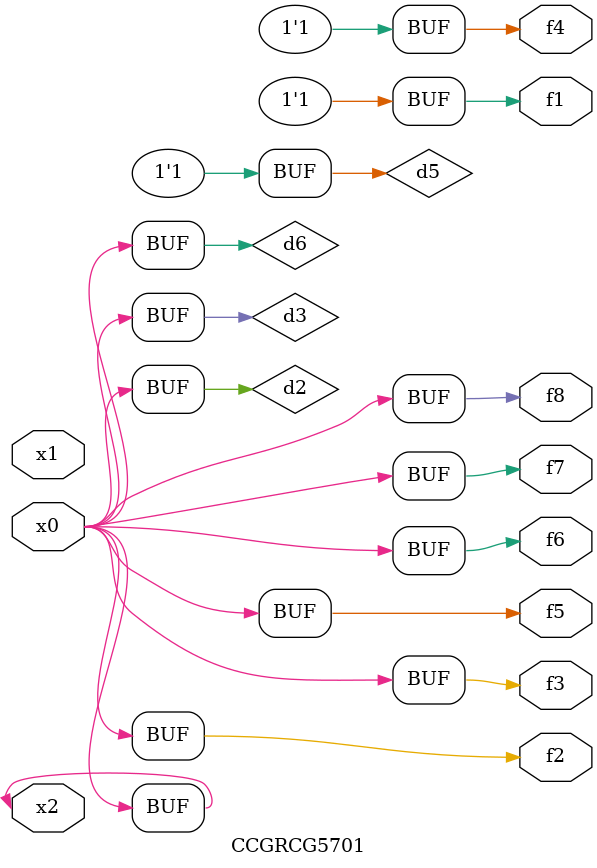
<source format=v>
module CCGRCG5701(
	input x0, x1, x2,
	output f1, f2, f3, f4, f5, f6, f7, f8
);

	wire d1, d2, d3, d4, d5, d6;

	xnor (d1, x2);
	buf (d2, x0, x2);
	and (d3, x0);
	xnor (d4, x1, x2);
	nand (d5, d1, d3);
	buf (d6, d2, d3);
	assign f1 = d5;
	assign f2 = d6;
	assign f3 = d6;
	assign f4 = d5;
	assign f5 = d6;
	assign f6 = d6;
	assign f7 = d6;
	assign f8 = d6;
endmodule

</source>
